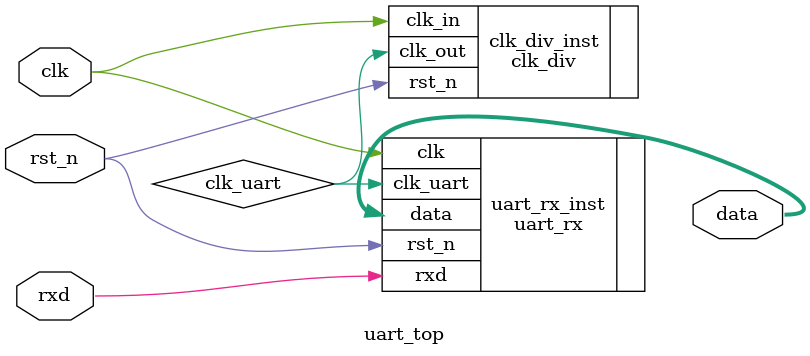
<source format=v>

module uart_top (
    input            clk,
    input            rst_n,
    input            rxd,
    output [7 : 0]   data
);

wire clk_uart;
clk_div clk_div_inst (
     .clk_in         (clk)
    ,.rst_n          (rst_n)
    ,.clk_out        (clk_uart)
);

uart_rx uart_rx_inst (
     .clk            (clk)
    ,.clk_uart       (clk_uart)
    ,.rst_n          (rst_n)
    ,.rxd            (rxd)
    ,.data           (data)
);

endmodule
</source>
